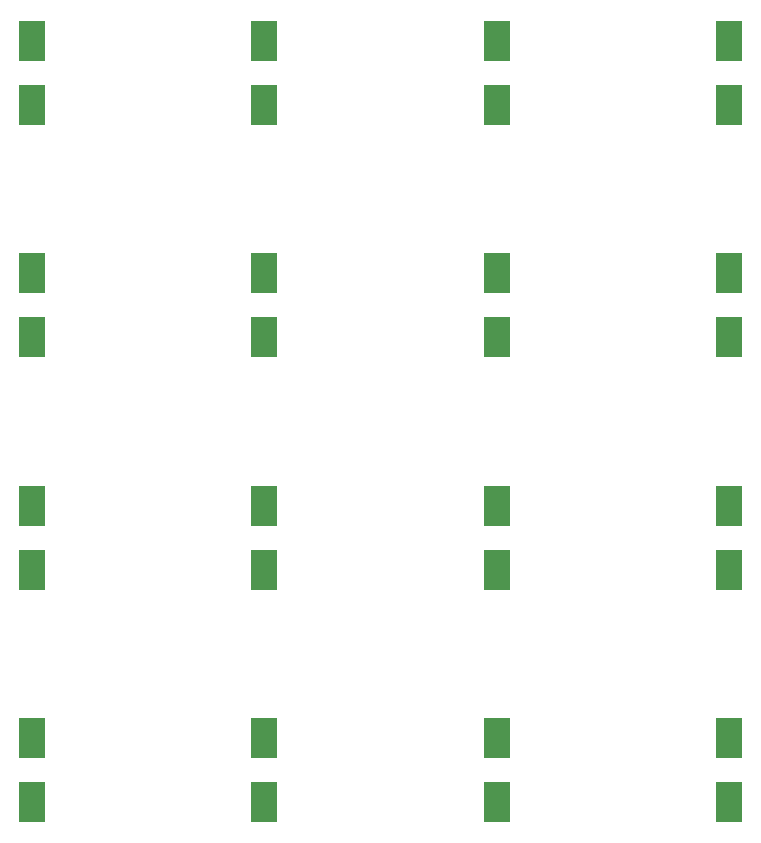
<source format=gbr>
%TF.GenerationSoftware,KiCad,Pcbnew,5.99.0-unknown-0ab82ef66~91~ubuntu20.04.1*%
%TF.CreationDate,2020-10-15T20:07:39+02:00*%
%TF.ProjectId,KeyPad-LED,4b657950-6164-42d4-9c45-442e6b696361,rev?*%
%TF.SameCoordinates,Original*%
%TF.FileFunction,Paste,Bot*%
%TF.FilePolarity,Positive*%
%FSLAX46Y46*%
G04 Gerber Fmt 4.6, Leading zero omitted, Abs format (unit mm)*
G04 Created by KiCad (PCBNEW 5.99.0-unknown-0ab82ef66~91~ubuntu20.04.1) date 2020-10-15 20:07:39*
%MOMM*%
%LPD*%
G01*
G04 APERTURE LIST*
%ADD10R,2.300000X3.500000*%
G04 APERTURE END LIST*
D10*
%TO.C,SMD1*%
X140970000Y-85885000D03*
X140970000Y-80485000D03*
%TD*%
%TO.C,SMD1*%
X180340000Y-105570000D03*
X180340000Y-100170000D03*
%TD*%
%TO.C,SMD1*%
X140970000Y-66200000D03*
X140970000Y-60800000D03*
%TD*%
%TO.C,SMD1*%
X160655000Y-85885000D03*
X160655000Y-80485000D03*
%TD*%
%TO.C,SMD1*%
X180340000Y-85885000D03*
X180340000Y-80485000D03*
%TD*%
%TO.C,SMD1*%
X180340000Y-125255000D03*
X180340000Y-119855000D03*
%TD*%
%TO.C,SMD1*%
X200025000Y-105570000D03*
X200025000Y-100170000D03*
%TD*%
%TO.C,SMD1*%
X160655000Y-125255000D03*
X160655000Y-119855000D03*
%TD*%
%TO.C,SMD1*%
X200025000Y-66200000D03*
X200025000Y-60800000D03*
%TD*%
%TO.C,SMD1*%
X180340000Y-66200000D03*
X180340000Y-60800000D03*
%TD*%
%TO.C,SMD1*%
X140970000Y-125255000D03*
X140970000Y-119855000D03*
%TD*%
%TO.C,SMD1*%
X200025000Y-125255000D03*
X200025000Y-119855000D03*
%TD*%
%TO.C,SMD1*%
X140970000Y-105570000D03*
X140970000Y-100170000D03*
%TD*%
%TO.C,SMD1*%
X160655000Y-66200000D03*
X160655000Y-60800000D03*
%TD*%
%TO.C,SMD1*%
X160655000Y-105570000D03*
X160655000Y-100170000D03*
%TD*%
%TO.C,SMD1*%
X200025000Y-85885000D03*
X200025000Y-80485000D03*
%TD*%
M02*

</source>
